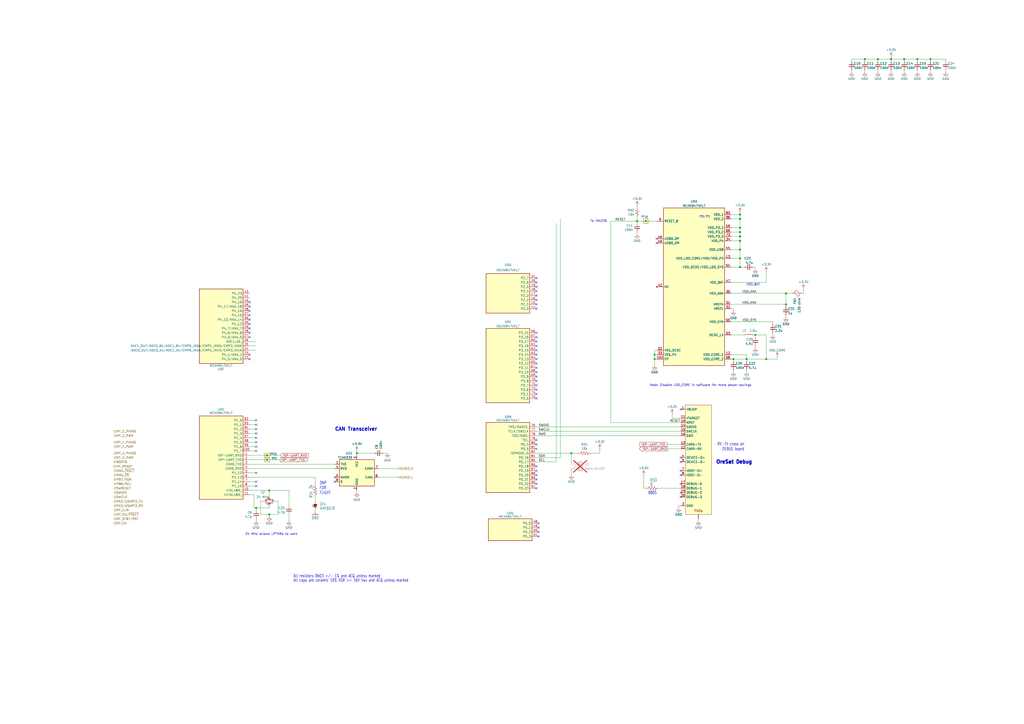
<source format=kicad_sch>
(kicad_sch (version 20250114) (generator "eeschema") (generator_version "9.0")
  (paper "A2")
  (title_block (company "Edward Tsoi"))
  (text "OreSat Debug" (at 415.29 269.24 0) (effects (font (size 2 2) (thickness 0.6477) (bold yes)) (justify left bottom)))
  (text "0805" (at 375.92 287.02 0) (effects (font (size 1.778 1.27)) (justify left bottom)))
  (text "RX-TX cross on\nDEBUG board" (at 431.8 261.62 0) (effects (font (size 1.778 1.27)) (justify right bottom)))
  (text "Note: Disable LDO_CORE in software for more power savings" (at 406.4 223.52 0) (effects (font (size 1.27 1.27))))
  (text "All resistors 0603 +/- 1% and AEQ unless marked" (at 170.18 335.28 0) (effects (font (size 1.778 1.27)) (justify left bottom)))
  (text " To INA226" (at 346.71 128.27 0) (effects (font (size 1.27 1.27))))
  (text "DNP\nFOR\nFLIGHT" (at 185.42 287.02 0) (effects (font (size 1.778 1.27)) (justify left bottom)))
  (text "VDD_BAT" (at 436.88 165.1 0) (effects (font (size 1.27 1.27))))
  (text "CAN Transceiver" (at 218.948 250.19 0) (effects (font (size 2 2) (thickness 0.4318) (bold yes)) (justify right bottom)))
  (text "All caps are ceramic 10% X5R >= 16V Vwv and AEQ unless marked" (at 170.18 337.82 0) (effects (font (size 1.778 1.27)) (justify left bottom)))
  (text "24 MHz allows LPTMRs to work" (at 157.48 309.88 0) (effects (font (size 1.27 1.27))))
  (text "P0/P1" (at 408.94 125.73 0) (effects (font (size 1.27 1.27))))
  (junction (at 429.26 132.08))
  (junction (at 455.93 176.53))
  (junction (at 331.47 262.89))
  (junction (at 379.73 205.74))
  (junction (at 429.26 134.62))
  (junction (at 433.07 208.28))
  (junction (at 429.26 154.94))
  (junction (at 429.26 139.7))
  (junction (at 455.93 170.18))
  (junction (at 429.26 137.16))
  (junction (at 444.5 208.28))
  (junction (at 207.01 262.89))
  (junction (at 154.94 264.16))
  (junction (at 429.26 127))
  (junction (at 429.26 124.46))
  (junction (at 429.26 144.78))
  (junction (at 148.59 294.64))
  (junction (at 509.27 34.29))
  (junction (at 532.13 34.29))
  (junction (at 501.65 34.29))
  (junction (at 539.75 34.29))
  (junction (at 374.65 128.27))
  (junction (at 156.21 298.45))
  (junction (at 524.51 34.29))
  (junction (at 438.15 194.31))
  (junction (at 429.26 149.86))
  (junction (at 379.73 208.28))
  (junction (at 425.45 208.28))
  (junction (at 154.94 266.7))
  (junction (at 156.21 284.48))
  (junction (at 369.57 128.27))
  (junction (at 516.89 34.29))
  (no_connect (at 311.15 270.51))
  (no_connect (at 311.15 260.35))
  (no_connect (at 311.15 163.83))
  (no_connect (at 394.97 288.29))
  (no_connect (at 148.59 261.62))
  (no_connect (at 311.15 171.45))
  (no_connect (at 311.15 161.29))
  (no_connect (at 144.78 177.8))
  (no_connect (at 381 138.43))
  (no_connect (at 148.59 281.94))
  (no_connect (at 394.97 267.97))
  (no_connect (at 394.97 273.05))
  (no_connect (at 311.15 176.53))
  (no_connect (at 394.97 285.75))
  (no_connect (at 312.42 303.53))
  (no_connect (at 144.78 185.42))
  (no_connect (at 311.15 218.44))
  (no_connect (at 194.31 276.86))
  (no_connect (at 144.78 175.26))
  (no_connect (at 312.42 311.15))
  (no_connect (at 311.15 231.14))
  (no_connect (at 311.15 228.6))
  (no_connect (at 311.15 278.13))
  (no_connect (at 311.15 273.05))
  (no_connect (at 311.15 173.99))
  (no_connect (at 311.15 198.12))
  (no_connect (at 394.97 237.49))
  (no_connect (at 311.15 208.28))
  (no_connect (at 311.15 257.81))
  (no_connect (at 311.15 223.52))
  (no_connect (at 144.78 187.96))
  (no_connect (at 311.15 283.21))
  (no_connect (at 311.15 255.27))
  (no_connect (at 381 140.97))
  (no_connect (at 144.78 190.5))
  (no_connect (at 311.15 226.06))
  (no_connect (at 144.78 195.58))
  (no_connect (at 148.59 243.84))
  (no_connect (at 311.15 195.58))
  (no_connect (at 311.15 205.74))
  (no_connect (at 194.31 279.4))
  (no_connect (at 311.15 215.9))
  (no_connect (at 148.59 248.92))
  (no_connect (at 144.78 205.74))
  (no_connect (at 148.59 256.54))
  (no_connect (at 148.59 259.08))
  (no_connect (at 394.97 275.59))
  (no_connect (at 311.15 275.59))
  (no_connect (at 311.15 193.04))
  (no_connect (at 148.59 254))
  (no_connect (at 312.42 308.61))
  (no_connect (at 311.15 213.36))
  (no_connect (at 311.15 220.98))
  (no_connect (at 148.59 251.46))
  (no_connect (at 311.15 210.82))
  (no_connect (at 311.15 166.37))
  (no_connect (at 144.78 208.28))
  (no_connect (at 148.59 246.38))
  (no_connect (at 148.59 279.4))
  (no_connect (at 311.15 200.66))
  (no_connect (at 311.15 203.2))
  (no_connect (at 311.15 179.07))
  (no_connect (at 394.97 280.67))
  (no_connect (at 311.15 168.91))
  (no_connect (at 311.15 280.67))
  (no_connect (at 394.97 265.43))
  (no_connect (at 148.59 274.32))
  (no_connect (at 144.78 182.88))
  (no_connect (at 144.78 193.04))
  (no_connect (at 312.42 306.07))
  (no_connect (at 144.78 180.34))
  (wire (pts (xy 429.26 132.08) (xy 429.26 134.62)))
  (wire (pts (xy 144.78 256.54) (xy 148.59 256.54)))
  (wire (pts (xy 182.88 288.29) (xy 182.88 290.83)) (stroke (width 0.1524)))
  (wire (pts (xy 194.31 269.24) (xy 144.78 269.24)))
  (wire (pts (xy 524.51 40.64) (xy 524.51 41.91)))
  (wire (pts (xy 444.5 194.31) (xy 444.5 208.28)))
  (wire (pts (xy 311.15 267.97) (xy 318.77 267.97)))
  (wire (pts (xy 331.47 262.89) (xy 331.47 269.24)))
  (wire (pts (xy 438.15 156.21) (xy 438.15 154.94)))
  (wire (pts (xy 382.27 283.21) (xy 394.97 283.21)))
  (wire (pts (xy 154.94 266.7) (xy 162.56 266.7)))
  (wire (pts (xy 438.15 194.31) (xy 444.5 194.31)))
  (wire (pts (xy 448.31 193.04) (xy 448.31 194.31)))
  (wire (pts (xy 429.26 127) (xy 429.26 132.08)))
  (wire (pts (xy 501.65 34.29) (xy 509.27 34.29)))
  (wire (pts (xy 459.74 170.18) (xy 455.93 170.18)))
  (wire (pts (xy 147.32 287.02) (xy 144.78 287.02)))
  (wire (pts (xy 429.26 144.78) (xy 429.26 149.86)))
  (wire (pts (xy 405.13 302.26) (xy 405.13 300.99)))
  (wire (pts (xy 532.13 34.29) (xy 532.13 35.56)))
  (wire (pts (xy 455.93 170.18) (xy 455.93 176.53)))
  (wire (pts (xy 429.26 123.19) (xy 429.26 124.46)))
  (wire (pts (xy 311.15 250.19) (xy 394.97 250.19)))
  (wire (pts (xy 144.78 281.94) (xy 148.59 281.94)))
  (wire (pts (xy 369.57 125.73) (xy 369.57 128.27)))
  (wire (pts (xy 393.7 293.37) (xy 393.7 294.64)))
  (wire (pts (xy 369.57 134.62) (xy 369.57 135.89)))
  (wire (pts (xy 532.13 40.64) (xy 532.13 41.91)))
  (wire (pts (xy 369.57 128.27) (xy 369.57 129.54)))
  (wire (pts (xy 424.18 208.28) (xy 425.45 208.28)))
  (wire (pts (xy 509.27 34.29) (xy 509.27 35.56)))
  (wire (pts (xy 144.78 248.92) (xy 148.59 248.92)))
  (wire (pts (xy 369.57 119.38) (xy 369.57 120.65)))
  (wire (pts (xy 429.26 134.62) (xy 424.18 134.62)))
  (wire (pts (xy 494.03 40.64) (xy 494.03 41.91)))
  (wire (pts (xy 219.71 276.86) (xy 231.14 276.86)))
  (wire (pts (xy 153.67 290.83) (xy 151.13 290.83)))
  (wire (pts (xy 424.18 154.94) (xy 429.26 154.94)))
  (wire (pts (xy 429.26 127) (xy 424.18 127)))
  (wire (pts (xy 151.13 290.83) (xy 151.13 298.45)))
  (wire (pts (xy 425.45 179.07) (xy 425.45 180.34)))
  (wire (pts (xy 494.03 34.29) (xy 494.03 35.56)))
  (wire (pts (xy 207.01 262.89) (xy 207.01 264.16)))
  (wire (pts (xy 444.5 208.28) (xy 433.07 208.28)))
  (wire (pts (xy 524.51 34.29) (xy 532.13 34.29)))
  (wire (pts (xy 501.65 34.29) (xy 501.65 35.56)))
  (wire (pts (xy 194.31 271.78) (xy 144.78 271.78)))
  (wire (pts (xy 425.45 214.63) (xy 425.45 215.9)))
  (wire (pts (xy 424.18 163.83) (xy 444.5 163.83)))
  (wire (pts (xy 154.94 264.16) (xy 162.56 264.16)))
  (wire (pts (xy 433.07 214.63) (xy 433.07 215.9)))
  (wire (pts (xy 450.85 208.28) (xy 444.5 208.28)))
  (wire (pts (xy 429.26 139.7) (xy 429.26 137.16)))
  (wire (pts (xy 429.26 137.16) (xy 429.26 134.62)))
  (wire (pts (xy 207.01 284.48) (xy 207.01 285.75)))
  (wire (pts (xy 494.03 34.29) (xy 501.65 34.29)))
  (wire (pts (xy 438.15 195.58) (xy 438.15 194.31)))
  (wire (pts (xy 431.8 194.31) (xy 424.18 194.31)))
  (wire (pts (xy 429.26 124.46) (xy 424.18 124.46)))
  (wire (pts (xy 182.88 276.86) (xy 182.88 280.67)))
  (wire (pts (xy 167.64 298.45) (xy 167.64 302.26)))
  (wire (pts (xy 425.45 208.28) (xy 433.07 208.28)))
  (wire (pts (xy 394.97 293.37) (xy 393.7 293.37)))
  (wire (pts (xy 369.57 128.27) (xy 374.65 128.27)))
  (wire (pts (xy 311.15 262.89) (xy 331.47 262.89)))
  (wire (pts (xy 167.64 284.48) (xy 167.64 293.37)))
  (wire (pts (xy 539.75 34.29) (xy 539.75 35.56)))
  (wire (pts (xy 450.85 207.01) (xy 450.85 208.28)))
  (wire (pts (xy 144.78 261.62) (xy 148.59 261.62)))
  (wire (pts (xy 156.21 298.45) (xy 156.21 299.72)))
  (wire (pts (xy 438.15 154.94) (xy 436.88 154.94)))
  (wire (pts (xy 354.33 245.11) (xy 394.97 245.11)))
  (wire (pts (xy 429.26 144.78) (xy 424.18 144.78)))
  (wire (pts (xy 501.65 40.64) (xy 501.65 41.91)))
  (wire (pts (xy 148.59 294.64) (xy 147.32 294.64)))
  (wire (pts (xy 144.78 200.66) (xy 148.59 200.66)))
  (wire (pts (xy 524.51 34.29) (xy 524.51 35.56)))
  (wire (pts (xy 379.73 208.28) (xy 379.73 212.09)))
  (wire (pts (xy 466.09 170.18) (xy 464.82 170.18)))
  (wire (pts (xy 424.18 132.08) (xy 429.26 132.08)))
  (wire (pts (xy 151.13 298.45) (xy 156.21 298.45)))
  (wire (pts (xy 429.26 149.86) (xy 429.26 154.94)))
  (wire (pts (xy 167.64 284.48) (xy 156.21 284.48)))
  (wire (pts (xy 379.73 208.28) (xy 381 208.28)))
  (wire (pts (xy 144.78 243.84) (xy 148.59 243.84)))
  (wire (pts (xy 311.15 247.65) (xy 394.97 247.65)))
  (wire (pts (xy 424.18 176.53) (xy 455.93 176.53)))
  (wire (pts (xy 144.78 198.12) (xy 148.59 198.12)))
  (wire (pts (xy 144.78 264.16) (xy 154.94 264.16)))
  (wire (pts (xy 509.27 34.29) (xy 516.89 34.29)))
  (wire (pts (xy 438.15 194.31) (xy 436.88 194.31)))
  (wire (pts (xy 154.94 266.7) (xy 144.78 266.7)))
  (wire (pts (xy 148.59 300.99) (xy 148.59 302.26)))
  (wire (pts (xy 539.75 40.64) (xy 539.75 41.91)))
  (wire (pts (xy 156.21 288.29) (xy 156.21 284.48)))
  (wire (pts (xy 311.15 252.73) (xy 394.97 252.73)))
  (wire (pts (xy 161.29 290.83) (xy 161.29 298.45)))
  (wire (pts (xy 144.78 276.86) (xy 182.88 276.86)))
  (wire (pts (xy 424.18 186.69) (xy 448.31 186.69)))
  (wire (pts (xy 347.98 260.35) (xy 347.98 262.89)))
  (wire (pts (xy 354.33 128.27) (xy 369.57 128.27)))
  (wire (pts (xy 455.93 176.53) (xy 455.93 177.8)))
  (wire (pts (xy 532.13 34.29) (xy 539.75 34.29)))
  (wire (pts (xy 354.33 128.27) (xy 354.33 245.11)))
  (wire (pts (xy 394.97 257.81) (xy 387.35 257.81)))
  (wire (pts (xy 322.58 129.54) (xy 322.58 267.97)) (stroke (width 0.1524)))
  (wire (pts (xy 381 205.74) (xy 379.73 205.74)))
  (wire (pts (xy 182.88 295.91) (xy 182.88 297.18)))
  (wire (pts (xy 156.21 294.64) (xy 148.59 294.64)))
  (wire (pts (xy 325.12 127) (xy 325.12 265.43)) (stroke (width 0.1524)))
  (wire (pts (xy 429.26 154.94) (xy 431.8 154.94)))
  (wire (pts (xy 424.18 179.07) (xy 425.45 179.07)))
  (wire (pts (xy 148.59 295.91) (xy 148.59 294.64)))
  (wire (pts (xy 222.25 262.89) (xy 224.79 262.89)))
  (wire (pts (xy 144.78 251.46) (xy 148.59 251.46)))
  (wire (pts (xy 207.01 262.89) (xy 217.17 262.89)))
  (wire (pts (xy 516.89 34.29) (xy 516.89 35.56)))
  (wire (pts (xy 156.21 284.48) (xy 144.78 284.48)))
  (wire (pts (xy 429.26 139.7) (xy 429.26 144.78)))
  (wire (pts (xy 381 203.2) (xy 379.73 203.2)))
  (wire (pts (xy 144.78 203.2) (xy 148.59 203.2)))
  (wire (pts (xy 394.97 260.35) (xy 387.35 260.35)))
  (wire (pts (xy 448.31 186.69) (xy 448.31 187.96)))
  (wire (pts (xy 429.26 139.7) (xy 424.18 139.7)))
  (wire (pts (xy 425.45 208.28) (xy 425.45 209.55)))
  (wire (pts (xy 433.07 208.28) (xy 433.07 209.55)))
  (wire (pts (xy 161.29 298.45) (xy 156.21 298.45)))
  (wire (pts (xy 516.89 33.02) (xy 516.89 34.29)))
  (wire (pts (xy 331.47 262.89) (xy 335.28 262.89)))
  (wire (pts (xy 516.89 34.29) (xy 524.51 34.29)))
  (wire (pts (xy 158.75 290.83) (xy 161.29 290.83)))
  (wire (pts (xy 342.9 262.89) (xy 347.98 262.89)))
  (wire (pts (xy 548.64 34.29) (xy 539.75 34.29)))
  (wire (pts (xy 144.78 246.38) (xy 148.59 246.38)))
  (wire (pts (xy 325.12 265.43) (xy 318.77 265.43)) (stroke (width 0.1524)))
  (wire (pts (xy 207.01 261.62) (xy 207.01 262.89)))
  (wire (pts (xy 311.15 265.43) (xy 318.77 265.43)))
  (wire (pts (xy 438.15 200.66) (xy 438.15 201.93)))
  (wire (pts (xy 144.78 279.4) (xy 148.59 279.4)))
  (wire (pts (xy 331.47 271.78) (xy 331.47 275.59)))
  (wire (pts (xy 455.93 184.15) (xy 455.93 182.88)))
  (wire (pts (xy 144.78 259.08) (xy 148.59 259.08)))
  (wire (pts (xy 144.78 274.32) (xy 148.59 274.32)))
  (wire (pts (xy 444.5 157.48) (xy 444.5 163.83)))
  (wire (pts (xy 394.97 242.57) (xy 389.89 242.57)))
  (wire (pts (xy 424.18 170.18) (xy 455.93 170.18)))
  (wire (pts (xy 379.73 203.2) (xy 379.73 205.74)))
  (wire (pts (xy 548.64 35.56) (xy 548.64 34.29)))
  (wire (pts (xy 389.89 242.57) (xy 389.89 240.03)))
  (wire (pts (xy 373.38 275.59) (xy 373.38 283.21)))
  (wire (pts (xy 516.89 40.64) (xy 516.89 41.91)))
  (wire (pts (xy 147.32 294.64) (xy 147.32 287.02)))
  (wire (pts (xy 433.07 208.28) (xy 433.07 205.74)))
  (wire (pts (xy 219.71 271.78) (xy 231.14 271.78)))
  (wire (pts (xy 429.26 137.16) (xy 424.18 137.16)))
  (wire (pts (xy 429.26 127) (xy 429.26 124.46)))
  (wire (pts (xy 156.21 293.37) (xy 156.21 294.64)))
  (wire (pts (xy 433.07 205.74) (xy 424.18 205.74)))
  (wire (pts (xy 509.27 40.64) (xy 509.27 41.91)))
  (wire (pts (xy 374.65 283.21) (xy 373.38 283.21)) (stroke (width 0.1524)))
  (wire (pts (xy 424.18 149.86) (xy 429.26 149.86)))
  (wire (pts (xy 144.78 254) (xy 148.59 254)))
  (wire (pts (xy 548.64 40.64) (xy 548.64 41.91)))
  (wire (pts (xy 379.73 205.74) (xy 379.73 208.28)))
  (wire (pts (xy 322.58 267.97) (xy 318.77 267.97)) (stroke (width 0.1524)))
  (wire (pts (xy 374.65 128.27) (xy 381 128.27)))
  (wire (pts (xy 466.09 170.18) (xy 466.09 167.64)))
  (label "VDD_ANA" (at 430.53 176.53 0))
  (label "SCL" (at 312.42 267.97 0))
  (label "VDD_SYS" (at 430.53 186.69 0))
  (label "SWDIO" (at 312.42 247.65 0))
  (label "SWCLK" (at 312.42 250.19 0))
  (label "SWO" (at 312.42 252.73 0))
  (label "VDD_ANA" (at 430.53 170.18 0))
  (label "SDA" (at 312.42 265.43 0))
  (label "RESET" (at 356.87 128.27 0))
  (label "RESET" (at 388.62 245.11 0))
  (global_label "ISP-UART_TXD" (shape input) (at 387.35 257.81 180) (property "Intersheetrefs" "${INTERSHEET_REFS}" (at 370.6367 257.81 0) (effects (justify right))))
  (global_label "ISP-UART_RXD" (shape output) (at 387.35 260.35 180) (property "Intersheetrefs" "${INTERSHEET_REFS}" (at 370.3343 260.35 0) (effects (justify right))))
  (global_label "ISP-UART_TXD" (shape output) (at 162.56 266.7 0) (property "Intersheetrefs" "${INTERSHEET_REFS}" (at 179.2733 266.7 0) (effects (justify left))))
  (global_label "ISP-UART_RXD" (shape input) (at 162.56 264.16 0) (property "Intersheetrefs" "${INTERSHEET_REFS}" (at 179.5757 264.16 0) (effects (justify left))))
  (hierarchical_label "MT_Z_PHASE" (shape input) (at 66.04 250.19 0))
  (hierarchical_label "MT_READY" (shape output) (at 66.04 270.51 0))
  (hierarchical_label "BOOT0" (shape bidirectional) (at 66.04 267.97 0))
  (hierarchical_label "MT_Z_PWM" (shape input) (at 66.04 252.73 0))
  (hierarchical_label "CAN2_H" (shape input) (at 231.14 271.78 0))
  (hierarchical_label "SWCLK" (shape input) (at 66.04 288.29 0))
  (hierarchical_label "MT_X_PWM" (shape input) (at 66.04 265.43 0))
  (hierarchical_label "MT_Y_PWM" (shape input) (at 66.04 259.08 0))
  (hierarchical_label "MAG_~{FAULT}" (shape input) (at 66.04 273.05 0))
  (hierarchical_label "MAG_~{EN}" (shape input) (at 66.04 275.59 0))
  (hierarchical_label "MT_EN" (shape input) (at 66.04 303.53 0))
  (hierarchical_label "PA3{slash}USART2_RX" (shape input) (at 66.04 293.37 0))
  (hierarchical_label "CAN2_L" (shape input) (at 231.14 276.86 0))
  (hierarchical_label "PB7{slash}SDA" (shape bidirectional) (at 66.04 278.13 0))
  (hierarchical_label "SWRESET" (shape input) (at 66.04 283.21 0))
  (hierarchical_label "MT_ILIM" (shape input) (at 66.04 295.91 0))
  (hierarchical_label "SWDIO" (shape input) (at 66.04 285.75 0))
  (hierarchical_label "MT_EN{slash}~{FAULT}" (shape input) (at 66.04 298.45 0))
  (hierarchical_label "PB6{slash}SCL" (shape bidirectional) (at 66.04 280.67 0))
  (hierarchical_label "MT_Y_PHASE" (shape input) (at 66.04 256.54 0))
  (hierarchical_label "MT_X_PHASE" (shape input) (at 66.04 262.89 0))
  (hierarchical_label "MT_STBY{slash}RST" (shape input) (at 66.04 300.99 0))
  (hierarchical_label "PA2{slash}USART2_TX" (shape input) (at 66.04 290.83 0))
  (symbol (lib_id "Interface_CAN_LIN:TCAN330") (at 207.01 274.32 0) (unit 1)
    (property "Reference" "U11" (at 204.47 262.89 0) (effects (justify right)))
    (property "Value" "TCAN330" (at 204.47 265.43 0) (effects (justify right)))
    (property "Footprint" "Package_TO_SOT_SMD:SOT-23-8" (effects (hide yes)))
    (property "Datasheet" "http://www.ti.com/lit/ds/symlink/tcan337.pdf" (effects (hide yes)))
    (property "Description" "High-Speed CAN Transceiver, 1Mbps, 3.3V supply, silent mode, shutdown mode, SOT-23-8/SOIC-8" (effects (hide yes)))
    (property "MFR" "Texas Instruments" (effects (hide yes)))
    (property "MPN" "TCAN330DCNR" (effects (hide yes)))
    (property "DIS" "DigiKey" (effects (hide yes)))
    (property "DPN" "296-46215-1-ND" (effects (hide yes)))
  )
  (symbol (lib_id "Device:R_US") (at 339.09 262.89 90) (unit 1)
    (property "Reference" "R31" (at 339.09 257.8565 90))
    (property "Value" "10k" (at 339.09 260.2808 90))
    (property "Footprint" "oresat-passives:0603-C-NOSILK" (effects (hide yes)))
    (property "Datasheet" "https://www.seielect.com/catalog/sei-rmcf_rmcp.pdf" (effects (hide yes)))
    (property "Description" "10 kOhms ±1% 0.1W, 1/10W Chip Resistor 0603 (1608 Metric) Automotive AEC-Q200 Thick Film" (effects (hide yes)))
    (property "DIS" "DigiKey" (effects (hide yes)))
    (property "DPN" "RMCF0603FT10K0CT-ND" (effects (hide yes)))
    (property "MFR" "Stackpole Electronics Inc" (effects (hide yes)))
    (property "MPN" "RMCF0603FT10K0" (effects (hide yes)))
  )
  (symbol (lib_id "power:GND") (at 156.21 299.72 0) (mirror y) (unit 1)
    (property "Reference" "#PWR041" (effects (hide yes)))
    (property "Value" "GND" (at 156.21 303.53 0))
    (property "Description" "Power symbol creates a global label with name \"GND\" , ground" (effects (hide yes)))
  )
  (symbol (lib_id "Device:C_Small") (at 516.89 38.1 0) (unit 1)
    (property "Reference" "C13" (at 518.16 36.83 0) (effects (justify left)))
    (property "Value" "100n" (at 518.16 39.37 0) (effects (justify left)))
    (property "Footprint" "oresat-passives:0603-C-NOSILK" (effects (hide yes)))
    (property "Datasheet" "https://mm.digikey.com/Volume0/opasdata/d220001/medias/docus/1068/TMK107BJ104KAHT_SS.pdf" (effects (hide yes)))
    (property "Description" "100 nF (0.1µF) ±10% 25V Ceramic Capacitor X5R 0603 (1608 Metric)" (effects (hide yes)))
    (property "MFR" "Taiyo Yuden" (effects (hide yes)))
    (property "MPN" "TMK107BJ104KAHT" (effects (hide yes)))
    (property "DIS" "DigiKey" (effects (hide yes)))
    (property "DPN" "587-3472-1-ND" (effects (hide yes)))
  )
  (symbol (lib_id "Device:C_Small") (at 455.93 180.34 0) (unit 1)
    (property "Reference" "C31" (at 457.2 179.07 0) (effects (justify left)))
    (property "Value" "1u" (at 457.2 181.61 0) (effects (justify left)))
    (property "Footprint" "oresat-passives:0603-C-NOSILK" (effects (hide yes)))
    (property "Datasheet" "https://mm.digikey.com/Volume0/opasdata/d220001/medias/docus/1801/TMK107BJ105KAHT_SS.pdf" (effects (hide yes)))
    (property "Description" "1µF ±10% 25V Ceramic Capacitor X5R 0603 (1608 Metric)" (effects (hide yes)))
    (property "MFR" "Taiyo Yuden" (effects (hide yes)))
    (property "MPN" "TMK107BJ105KAHT" (effects (hide yes)))
    (property "DIS" "DigiKey" (effects (hide yes)))
    (property "DPN" "587-3473-1-ND" (effects (hide yes)))
  )
  (symbol (lib_id "oresat-ics:MCXN947VKLT") (at 128.27 189.23 180) (unit 6)
    (property "Reference" "U5" (at 128.27 214.122 0))
    (property "Value" "MCXN947VKLT" (at 128.27 212.09 0))
    (property "Footprint" "oresat-ics:MCXN947KVLT-QFP50P1600X1600X160-101N" (effects (hide yes)))
    (property "Datasheet" "https://www.nxp.com/docs/en/data-sheet/MCXNx4xDS.pdf" (effects (hide yes)))
    (property "Description" "ARM Microcontrollers - MCU MCXN10, 100HLQFP (also MCXN947VNLT)" (effects (hide yes)))
    (property "MFR" "NXP" (effects (hide yes)))
    (property "MPN" "MCXN947VKLT" (effects (hide yes)))
    (property "DIS" "Mouser" (effects (hide yes)))
    (property "DPN" "771-MCXN947VKLT" (effects (hide yes)))
    (pin "77" (alternate "TCLK/SWCLK"))
    (pin "79" (alternate "TDI "))
    (pin "76" (alternate "TMS/SWDIO "))
    (pin "78" (alternate "TDO/SWO "))
    (pin "82" (alternate "ISPMODE_N"))
    (pin "25" (alternate "DAC1_OUT/ADC0_B4/ADC1_B4/CMP0_IN5N/CMP1_IN5N/CMP2_IN5N"))
    (pin "26" (alternate "ADC1_A0 "))
    (pin "24" (alternate "DAC0_OUT/ADC0_A4/ADC1_A4/CMP0_IN4N/CMP1_IN4N/CMP2_IN4N"))
  )
  (symbol (lib_id "oresat-ics:MCXN947VKLT") (at 128.27 265.43 0) (mirror y) (unit 3)
    (property "Reference" "U5" (at 128.27 237.49 0))
    (property "Value" "MCXN947VKLT" (at 128.27 239.522 0))
    (property "Footprint" "oresat-ics:MCXN947KVLT-QFP50P1600X1600X160-101N" (effects (hide yes)))
    (property "Datasheet" "https://www.nxp.com/docs/en/data-sheet/MCXNx4xDS.pdf" (effects (hide yes)))
    (property "Description" "ARM Microcontrollers - MCU MCXN10, 100HLQFP (also MCXN947VNLT)" (effects (hide yes)))
    (property "MFR" "NXP" (effects (hide yes)))
    (property "MPN" "MCXN947VKLT" (effects (hide yes)))
    (property "DIS" "Mouser" (effects (hide yes)))
    (property "DPN" "771-MCXN947VKLT" (effects (hide yes)))
    (pin "77" (alternate "TCLK/SWCLK"))
    (pin "79" (alternate "TDI "))
    (pin "76" (alternate "TMS/SWDIO "))
    (pin "78" (alternate "TDO/SWO "))
    (pin "82" (alternate "ISPMODE_N"))
    (pin "10" (alternate "XTAL48M "))
    (pin "1" (alternate "ISP-UART_RXD"))
    (pin "3" (alternate "CAN0_TXD"))
    (pin "2" (alternate "ISP-UART_TXD"))
    (pin "4" (alternate "CAN0_RXD"))
    (pin "11" (alternate "EXTAL48M "))
    (pin "25" (alternate "DAC1_OUT/ADC0_B4/ADC1_B4/CMP0_IN5N/CMP1_IN5N/CMP2_IN5N"))
    (pin "26" (alternate "ADC1_A0 "))
    (pin "24" (alternate "DAC0_OUT/ADC0_A4/ADC1_A4/CMP0_IN4N/CMP1_IN4N/CMP2_IN4N"))
  )
  (symbol (lib_id "power:GND") (at 369.57 135.89 0) (mirror y) (unit 1)
    (property "Reference" "#PWR049" (effects (hide yes)))
    (property "Value" "GND" (at 369.57 139.7 0))
    (property "Description" "Power symbol creates a global label with name \"GND\" , ground" (effects (hide yes)))
  )
  (symbol (lib_id "oresat-ics:MCXN947VKLT") (at 294.64 170.18 180) (unit 4)
    (property "Reference" "U5" (at 294.64 153.67 0))
    (property "Value" "MCXN947VKLT" (at 294.64 156.718 0))
    (property "Footprint" "oresat-ics:MCXN947KVLT-QFP50P1600X1600X160-101N" (effects (hide yes)))
    (property "Datasheet" "https://www.nxp.com/docs/en/data-sheet/MCXNx4xDS.pdf" (effects (hide yes)))
    (property "Description" "ARM Microcontrollers - MCU MCXN10, 100HLQFP (also MCXN947VNLT)" (effects (hide yes)))
    (property "MFR" "NXP" (effects (hide yes)))
    (property "MPN" "MCXN947VKLT" (effects (hide yes)))
    (property "DIS" "Mouser" (effects (hide yes)))
    (property "DPN" "771-MCXN947VKLT" (effects (hide yes)))
    (pin "77" (alternate "TCLK/SWCLK"))
    (pin "79" (alternate "TDI "))
    (pin "76" (alternate "TMS/SWDIO "))
    (pin "78" (alternate "TDO/SWO "))
    (pin "82" (alternate "ISPMODE_N"))
    (pin "25" (alternate "DAC1_OUT/ADC0_B4/ADC1_B4/CMP0_IN5N/CMP1_IN5N/CMP2_IN5N"))
    (pin "26" (alternate "ADC1_A0 "))
    (pin "24" (alternate "DAC0_OUT/ADC0_A4/ADC1_A4/CMP0_IN4N/CMP1_IN4N/CMP2_IN4N"))
  )
  (symbol (lib_id "oresat-ics:MCXN947VKLT") (at 295.91 307.34 0) (mirror y) (unit 7)
    (property "Reference" "U5" (at 295.91 297.688 0))
    (property "Value" "MCXN947VKLT" (at 295.91 299.72 0))
    (property "Footprint" "oresat-ics:MCXN947KVLT-QFP50P1600X1600X160-101N" (effects (hide yes)))
    (property "Datasheet" "https://www.nxp.com/docs/en/data-sheet/MCXNx4xDS.pdf" (effects (hide yes)))
    (property "Description" "ARM Microcontrollers - MCU MCXN10, 100HLQFP (also MCXN947VNLT)" (effects (hide yes)))
    (property "MFR" "NXP" (effects (hide yes)))
    (property "MPN" "MCXN947VKLT" (effects (hide yes)))
    (property "DIS" "Mouser" (effects (hide yes)))
    (property "DPN" "771-MCXN947VKLT" (effects (hide yes)))
    (pin "77" (alternate "TCLK/SWCLK"))
    (pin "79" (alternate "TDI "))
    (pin "76" (alternate "TMS/SWDIO "))
    (pin "78" (alternate "TDO/SWO "))
    (pin "82" (alternate "ISPMODE_N"))
    (pin "25" (alternate "DAC1_OUT/ADC0_B4/ADC1_B4/CMP0_IN5N/CMP1_IN5N/CMP2_IN5N"))
    (pin "26" (alternate "ADC1_A0 "))
    (pin "24" (alternate "DAC0_OUT/ADC0_A4/ADC1_A4/CMP0_IN4N/CMP1_IN4N/CMP2_IN4N"))
  )
  (symbol (lib_id "power:GND") (at 455.93 184.15 0) (unit 1)
    (property "Reference" "#PWR062" (effects (hide yes)))
    (property "Value" "GND" (at 455.93 187.96 0))
    (property "Description" "Power symbol creates a global label with name \"GND\" , ground" (effects (hide yes)))
  )
  (symbol (lib_id "Device:C_Small") (at 524.51 38.1 0) (unit 1)
    (property "Reference" "C14" (at 525.78 36.83 0) (effects (justify left)))
    (property "Value" "100n" (at 525.78 39.37 0) (effects (justify left)))
    (property "Footprint" "oresat-passives:0603-C-NOSILK" (effects (hide yes)))
    (property "Datasheet" "https://mm.digikey.com/Volume0/opasdata/d220001/medias/docus/1068/TMK107BJ104KAHT_SS.pdf" (effects (hide yes)))
    (property "Description" "100 nF (0.1µF) ±10% 25V Ceramic Capacitor X5R 0603 (1608 Metric)" (effects (hide yes)))
    (property "MFR" "Taiyo Yuden" (effects (hide yes)))
    (property "MPN" "TMK107BJ104KAHT" (effects (hide yes)))
    (property "DIS" "DigiKey" (effects (hide yes)))
    (property "DPN" "587-3472-1-ND" (effects (hide yes)))
  )
  (symbol (lib_id "power:VDD") (at 450.85 207.01 0) (mirror y) (unit 1)
    (property "Reference" "#PWR061" (effects (hide yes)))
    (property "Value" "VDD_CORE" (at 450.85 203.2 0))
    (property "Description" "Power symbol creates a global label with name \"VDD_CORE\"" (effects (hide yes)))
  )
  (symbol (lib_id "Connector_Generic:Conn_01x02") (at 336.55 269.24 0) (unit 1) (dnp yes)
    (property "Reference" "J3" (at 339.09 269.2399 0) (effects (justify left)))
    (property "Value" "Conn_01x02" (at 339.09 271.7799 0) (effects (justify left)))
    (property "Footprint" "Connector_PinHeader_2.54mm:PinHeader_1x02_P2.54mm_Vertical" (effects (hide yes)))
    (property "Description" "Generic connector, single row, 01x02, script generated (kicad-library-utils/schlib/autogen/connector/)" (effects (hide yes)))
  )
  (symbol (lib_id "power:GND") (at 438.15 201.93 0) (mirror y) (unit 1)
    (property "Reference" "#PWR058" (effects (hide yes)))
    (property "Value" "GND" (at 438.15 205.74 0))
    (property "Description" "Power symbol creates a global label with name \"GND\" , ground" (effects (hide yes)))
  )
  (symbol (lib_id "power:GND") (at 539.75 41.91 0) (unit 1)
    (property "Reference" "#PWR050" (effects (hide yes)))
    (property "Value" "GND" (at 539.75 45.72 0))
    (property "Description" "Power symbol creates a global label with name \"GND\" , ground" (effects (hide yes)))
  )
  (symbol (lib_id "Device:R_US") (at 182.88 284.48 0) (mirror y) (unit 1)
    (property "Reference" "R14" (at 181.356 284.988 90) (effects (font (size 1.778 1.27)) (justify right top)))
    (property "Value" "2k" (at 181.356 281.178 90) (effects (font (size 1.778 1.27)) (justify right top)))
    (property "Footprint" "oresat-passives:0603-C-NOSILK" (effects (hide yes)))
    (property "Datasheet" "https://www.seielect.com/catalog/sei-rmcf_rmcp.pdf" (effects (hide yes)))
    (property "Description" "2 kOhms ±1% 0.1W, 1/10W Chip Resistor 0603 (1608 Metric) Automotive AEC-Q200 Thick Film" (effects (hide yes)))
    (property "DIS" "Digi-Key" (effects (hide yes)))
    (property "DPN" "RMCF0603FT2K00TR-ND" (effects (hide yes)))
    (property "MFR" "Stackpole Electronics Inc" (effects (hide yes)))
    (property "MPN" "RMCF0603FT2K00" (effects (hide yes)))
  )
  (symbol (lib_id "power:GND") (at 207.01 285.75 0) (mirror y) (unit 1)
    (property "Reference" "#PWR044" (effects (hide yes)))
    (property "Value" "GND" (at 207.01 289.8831 0))
    (property "Description" "Power symbol creates a global label with name \"GND\" , ground" (effects (hide yes)))
  )
  (symbol (lib_id "Device:C_Small") (at 167.64 295.91 0) (mirror y) (unit 1)
    (property "Reference" "C25" (at 165.3159 294.7041 0) (effects (justify left)))
    (property "Value" "4.7p" (at 165.3159 297.1284 0) (effects (justify left)))
    (property "Footprint" "oresat-passives:0603-C-NOSILK" (effects (hide yes)))
    (property "Datasheet" "https://search.murata.co.jp/Ceramy/image/img/A01X/G101/ENG/GRM1885C1H4R7WA01-01A.pdf" (effects (hide yes)))
    (property "Description" "4.7 pF ±0.05pF 50V Ceramic Capacitor C0G, NP0 0603 (1608 Metric)" (effects (hide yes)))
    (property "MFR" "Murata" (effects (hide yes)))
    (property "MPN" "GRM1885C1H4R7WA01D" (effects (hide yes)))
    (property "DIS" "DigiKey" (effects (hide yes)))
    (property "DPN" "490-GRM1885C1H4R7WA01DCT-ND" (effects (hide yes)))
  )
  (symbol (lib_id "Device:L_Small") (at 434.34 194.31 270) (mirror x) (unit 1)
    (property "Reference" "L1" (at 431.8 191.77 90))
    (property "Value" "1.5u" (at 436.88 191.77 90))
    (property "Footprint" "Inductor_SMD:L_0805_2012Metric" (effects (hide yes)))
    (property "Datasheet" "https://www.bourns.com/docs/product-datasheets/srp2012tma.pdf" (effects (hide yes)))
    (property "Description" "1.5 µH Shielded Inductor 2.9 A 84mOhm Max 0806 (2016 Metric) Flat Wire" (effects (hide yes)))
    (property "MFR" "Bourns Inc." (effects (hide yes)))
    (property "MPN" "SRP2012TMA-1R5M" (effects (hide yes)))
    (property "DIS" "DIgiKey" (effects (hide yes)))
    (property "DPN" "118-SRP2012TMA-1R5MCT-ND" (effects (hide yes)))
  )
  (symbol (lib_id "Device:C_Small") (at 548.64 38.1 0) (unit 1)
    (property "Reference" "C24" (at 549.91 36.83 0) (effects (justify left)))
    (property "Value" "100n" (at 549.91 39.37 0) (effects (justify left)))
    (property "Footprint" "oresat-passives:0603-C-NOSILK" (effects (hide yes)))
    (property "Datasheet" "https://mm.digikey.com/Volume0/opasdata/d220001/medias/docus/1068/TMK107BJ104KAHT_SS.pdf" (effects (hide yes)))
    (property "Description" "100 nF (0.1µF) ±10% 25V Ceramic Capacitor X5R 0603 (1608 Metric)" (effects (hide yes)))
    (property "MFR" "Taiyo Yuden" (effects (hide yes)))
    (property "MPN" "TMK107BJ104KAHT" (effects (hide yes)))
    (property "DIS" "DigiKey" (effects (hide yes)))
    (property "DPN" "587-3472-1-ND" (effects (hide yes)))
  )
  (symbol (lib_id "Device:C_Small") (at 494.03 38.1 0) (unit 1)
    (property "Reference" "C10" (at 495.3 36.83 0) (effects (justify left)))
    (property "Value" "100n" (at 495.3 39.37 0) (effects (justify left)))
    (property "Footprint" "oresat-passives:0603-C-NOSILK" (effects (hide yes)))
    (property "Datasheet" "https://mm.digikey.com/Volume0/opasdata/d220001/medias/docus/1068/TMK107BJ104KAHT_SS.pdf" (effects (hide yes)))
    (property "Description" "100 nF (0.1µF) ±10% 25V Ceramic Capacitor X5R 0603 (1608 Metric)" (effects (hide yes)))
    (property "MFR" "Taiyo Yuden" (effects (hide yes)))
    (property "MPN" "TMK107BJ104KAHT" (effects (hide yes)))
    (property "DIS" "DigiKey" (effects (hide yes)))
    (property "DPN" "587-3472-1-ND" (effects (hide yes)))
  )
  (symbol (lib_id "power:GND") (at 433.07 215.9 0) (mirror y) (unit 1)
    (property "Reference" "#PWR056" (effects (hide yes)))
    (property "Value" "GND" (at 433.07 219.71 0))
    (property "Description" "Power symbol creates a global label with name \"GND\" , ground" (effects (hide yes)))
  )
  (symbol (lib_id "power:GND") (at 148.59 302.26 0) (mirror y) (unit 1)
    (property "Reference" "#PWR040" (effects (hide yes)))
    (property "Value" "GND" (at 148.59 306.07 0))
    (property "Description" "Power symbol creates a global label with name \"GND\" , ground" (effects (hide yes)))
  )
  (symbol (lib_id "Device:C_Small") (at 501.65 38.1 0) (unit 1)
    (property "Reference" "C11" (at 502.92 36.83 0) (effects (justify left)))
    (property "Value" "100n" (at 502.92 39.37 0) (effects (justify left)))
    (property "Footprint" "oresat-passives:0603-C-NOSILK" (effects (hide yes)))
    (property "Datasheet" "https://mm.digikey.com/Volume0/opasdata/d220001/medias/docus/1068/TMK107BJ104KAHT_SS.pdf" (effects (hide yes)))
    (property "Description" "100 nF (0.1µF) ±10% 25V Ceramic Capacitor X5R 0603 (1608 Metric)" (effects (hide yes)))
    (property "MFR" "Taiyo Yuden" (effects (hide yes)))
    (property "MPN" "TMK107BJ104KAHT" (effects (hide yes)))
    (property "DIS" "DigiKey" (effects (hide yes)))
    (property "DPN" "587-3472-1-ND" (effects (hide yes)))
  )
  (symbol (lib_id "power:GND") (at 224.79 262.89 0) (unit 1)
    (property "Reference" "#PWR045" (effects (hide yes)))
    (property "Value" "GND" (at 224.79 267.0231 0))
    (property "Description" "Power symbol creates a global label with name \"GND\" , ground" (effects (hide yes)))
  )
  (symbol (lib_id "Device:C_Small") (at 539.75 38.1 0) (unit 1)
    (property "Reference" "C21" (at 541.02 36.83 0) (effects (justify left)))
    (property "Value" "100n" (at 541.02 39.37 0) (effects (justify left)))
    (property "Footprint" "oresat-passives:0603-C-NOSILK" (effects (hide yes)))
    (property "Datasheet" "https://mm.digikey.com/Volume0/opasdata/d220001/medias/docus/1068/TMK107BJ104KAHT_SS.pdf" (effects (hide yes)))
    (property "Description" "100 nF (0.1µF) ±10% 25V Ceramic Capacitor X5R 0603 (1608 Metric)" (effects (hide yes)))
    (property "MFR" "Taiyo Yuden" (effects (hide yes)))
    (property "MPN" "TMK107BJ104KAHT" (effects (hide yes)))
    (property "DIS" "DigiKey" (effects (hide yes)))
    (property "DPN" "587-3472-1-ND" (effects (hide yes)))
  )
  (symbol (lib_id "power:+3.3V") (at 369.57 119.38 0) (mirror y) (unit 1)
    (property "Reference" "#PWR048" (effects (hide yes)))
    (property "Value" "+3.3V" (at 369.57 115.2469 0))
    (property "Description" "Power symbol creates a global label with name \"+3.3V\"" (effects (hide yes)))
  )
  (symbol (lib_id "power:GND") (at 425.45 180.34 0) (mirror y) (unit 1)
    (property "Reference" "#PWR053" (effects (hide yes)))
    (property "Value" "GND" (at 425.45 184.4731 0))
    (property "Description" "Power symbol creates a global label with name \"GND\" , ground" (effects (hide yes)))
  )
  (symbol (lib_id "power:GND") (at 405.13 302.26 0) (mirror y) (unit 1)
    (property "Reference" "#PWR046" (effects (hide yes)))
    (property "Value" "GND" (at 405.13 306.07 0))
    (property "Description" "Power symbol creates a global label with name \"GND\" , ground" (effects (hide yes)))
  )
  (symbol (lib_id "Device:LED_Small_Filled") (at 182.88 293.37 90) (unit 1)
    (property "Reference" "D4" (at 185.42 293.37 90) (effects (font (size 1.778 1.778)) (justify right top)))
    (property "Value" "AMBER" (at 185.42 295.91 90) (effects (font (size 1.778 1.778)) (justify right top)))
    (property "Footprint" "LED_SMD:LED_0603_1608Metric" (effects (hide yes)))
    (property "Datasheet" "https://www.we-online.com/components/products/datasheet/150060AS75000.pdf" (effects (hide yes)))
    (property "Description" "Amber 605nm LED Indication - Discrete 2V 0603 (1608 Metric)" (effects (hide yes)))
    (property "DIS" "DigiKey" (effects (hide yes)))
    (property "DPN" "732-150060AS75000CT-ND" (effects (hide yes)))
    (property "MFR" "Wurth" (effects (hide yes)))
    (property "MPN" "150060AS75000" (effects (hide yes)))
    (property "Sim.Pins" "1=K 2=A" (effects (hide yes)))
  )
  (symbol (lib_id "Device:R_Small_US") (at 369.57 123.19 0) (mirror x) (unit 1)
    (property "Reference" "R32" (at 367.919 121.9778 0) (effects (justify right)))
    (property "Value" "10k" (at 367.919 124.4021 0) (effects (justify right)))
    (property "Footprint" "oresat-passives:0603-C-NOSILK" (effects (hide yes)))
    (property "Datasheet" "https://www.seielect.com/catalog/sei-rmcf_rmcp.pdf" (effects (hide yes)))
    (property "Description" "10 kOhms ±1% 0.1W, 1/10W Chip Resistor 0603 (1608 Metric) Automotive AEC-Q200 Thick Film" (effects (hide yes)))
    (property "MFR" "Stackpole Electronics Inc" (effects (hide yes)))
    (property "MPN" "RMCF0603FT10K0" (effects (hide yes)))
    (property "DIS" "DigiKey" (effects (hide yes)))
    (property "DPN" "RMCF0603FT10K0CT-ND" (effects (hide yes)))
  )
  (symbol (lib_id "oresat-ics:MCXN947VKLT") (at 294.64 212.09 180) (unit 5)
    (property "Reference" "U5" (at 294.64 186.69 0))
    (property "Value" "MCXN947VKLT" (at 294.64 189.23 0))
    (property "Footprint" "oresat-ics:MCXN947KVLT-QFP50P1600X1600X160-101N" (effects (hide yes)))
    (property "Datasheet" "https://www.nxp.com/docs/en/data-sheet/MCXNx4xDS.pdf" (effects (hide yes)))
    (property "Description" "ARM Microcontrollers - MCU MCXN10, 100HLQFP (also MCXN947VNLT)" (effects (hide yes)))
    (property "MFR" "NXP" (effects (hide yes)))
    (property "MPN" "MCXN947VKLT" (effects (hide yes)))
    (property "DIS" "Mouser" (effects (hide yes)))
    (property "DPN" "771-MCXN947VKLT" (effects (hide yes)))
    (pin "77" (alternate "TCLK/SWCLK"))
    (pin "79" (alternate "TDI "))
    (pin "76" (alternate "TMS/SWDIO "))
    (pin "78" (alternate "TDO/SWO "))
    (pin "82" (alternate "ISPMODE_N"))
    (pin "25" (alternate "DAC1_OUT/ADC0_B4/ADC1_B4/CMP0_IN5N/CMP1_IN5N/CMP2_IN5N"))
    (pin "26" (alternate "ADC1_A0 "))
    (pin "24" (alternate "DAC0_OUT/ADC0_A4/ADC1_A4/CMP0_IN4N/CMP1_IN4N/CMP2_IN4N"))
  )
  (symbol (lib_id "oresat-ics:MCXN947VKLT") (at 294.64 265.43 0) (mirror y) (unit 2)
    (property "Reference" "U5" (at 294.64 241.808 0))
    (property "Value" "MCXN947VKLT" (at 294.64 243.84 0))
    (property "Footprint" "oresat-ics:MCXN947KVLT-QFP50P1600X1600X160-101N" (effects (hide yes)))
    (property "Datasheet" "https://www.nxp.com/docs/en/data-sheet/MCXNx4xDS.pdf" (effects (hide yes)))
    (property "Description" "ARM Microcontrollers - MCU MCXN10, 100HLQFP (also MCXN947VNLT)" (effects (hide yes)))
    (property "MFR" "NXP" (effects (hide yes)))
    (property "MPN" "MCXN947VKLT" (effects (hide yes)))
    (property "DIS" "Mouser" (effects (hide yes)))
    (property "DPN" "771-MCXN947VKLT" (effects (hide yes)))
    (pin "77" (alternate "TCLK/SWCLK"))
    (pin "79" (alternate "TDI "))
    (pin "76" (alternate "TMS/SWDIO "))
    (pin "78" (alternate "TDO/SWO "))
    (pin "82" (alternate "ISPMODE_N"))
    (pin "25" (alternate "DAC1_OUT/ADC0_B4/ADC1_B4/CMP0_IN5N/CMP1_IN5N/CMP2_IN5N"))
    (pin "26" (alternate "ADC1_A0 "))
    (pin "24" (alternate "DAC0_OUT/ADC0_A4/ADC1_A4/CMP0_IN4N/CMP1_IN4N/CMP2_IN4N"))
  )
  (symbol (lib_id "Device:C_Small") (at 509.27 38.1 0) (unit 1)
    (property "Reference" "C12" (at 510.54 36.83 0) (effects (justify left)))
    (property "Value" "100n" (at 510.54 39.37 0) (effects (justify left)))
    (property "Footprint" "oresat-passives:0603-C-NOSILK" (effects (hide yes)))
    (property "Datasheet" "https://mm.digikey.com/Volume0/opasdata/d220001/medias/docus/1068/TMK107BJ104KAHT_SS.pdf" (effects (hide yes)))
    (property "Description" "100 nF (0.1µF) ±10% 25V Ceramic Capacitor X5R 0603 (1608 Metric)" (effects (hide yes)))
    (property "MFR" "Taiyo Yuden" (effects (hide yes)))
    (property "MPN" "TMK107BJ104KAHT" (effects (hide yes)))
    (property "DIS" "DigiKey" (effects (hide yes)))
    (property "DPN" "587-3472-1-ND" (effects (hide yes)))
  )
  (symbol (lib_id "power:GND") (at 501.65 41.91 0) (unit 1)
    (property "Reference" "#PWR052" (effects (hide yes)))
    (property "Value" "GND" (at 501.65 45.72 0))
    (property "Description" "Power symbol creates a global label with name \"GND\" , ground" (effects (hide yes)))
  )
  (symbol (lib_id "oresat-misc:Test-Point-0.75mm-th") (at 154.94 264.16 270) (mirror x) (unit 1) (in_bom no)
    (property "Reference" "TP15" (at 156.464 263.398 90) (effects (font (size 1.27 1.0795)) (justify left)))
    (property "Value" "Test-Point" (effects (hide yes)))
    (property "Footprint" "oresat-misc:TestPoint-0.75mm-th" (effects (hide yes)))
    (property "Description" "0.75 mm TH test point; good for scope probes and jumpers" (effects (hide yes)))
  )
  (symbol (lib_id "power:GND") (at 379.73 212.09 0) (mirror y) (unit 1)
    (property "Reference" "#PWR050" (effects (hide yes)))
    (property "Value" "GND" (at 379.73 215.9 0))
    (property "Description" "Power symbol creates a global label with name \"GND\" , ground" (effects (hide yes)))
  )
  (symbol (lib_id "oresat-power:GND") (at 182.88 297.18 0) (unit 1)
    (property "Reference" "#GND02" (effects (hide yes)))
    (property "Value" "GND" (at 180.848 301.244 0) (effects (font (size 1.778 1.27)) (justify left bottom)))
    (property "Description" "Power symbol creates a global label with name \"GND\" , ground" (effects (hide yes)))
  )
  (symbol (lib_id "Device:C_Small") (at 369.57 132.08 0) (mirror y) (unit 1)
    (property "Reference" "C11" (at 367.2459 130.8741 0) (effects (justify left)))
    (property "Value" "100n" (at 367.2459 133.2984 0) (effects (justify left)))
    (property "Footprint" "oresat-passives:0603-C-NOSILK" (effects (hide yes)))
    (property "Datasheet" "https://mm.digikey.com/Volume0/opasdata/d220001/medias/docus/1068/TMK107BJ104KAHT_SS.pdf" (effects (hide yes)))
    (property "Description" "100 nF (0.1µF) ±10% 25V Ceramic Capacitor X5R 0603 (1608 Metric)" (effects (hide yes)))
    (property "MFR" "Taiyo Yuden" (effects (hide yes)))
    (property "MPN" "TMK107BJ104KAHT" (effects (hide yes)))
    (property "DIS" "DigiKey" (effects (hide yes)))
    (property "DPN" "587-3472-1-ND" (effects (hide yes)))
  )
  (symbol (lib_id "Device:Crystal_GND24_Small") (at 156.21 290.83 270) (mirror x) (unit 1)
    (property "Reference" "Y2" (at 152.4 285.75 90))
    (property "Value" "24 MHz" (at 152.4 288.29 90))
    (property "Footprint" "Crystal:Crystal_SMD_2016-4Pin_2.0x1.6mm" (effects (hide yes)))
    (property "Datasheet" "https://www.we-online.com/components/products/datasheet/830108212309.pdf" (effects (hide yes)))
    (property "Description" "24 MHz ±10ppm Crystal 8pF 100 Ohms 4-SMD, No Lead" (effects (hide yes)))
    (property "MFR" "Wurth" (effects (hide yes)))
    (property "MPN" "830108212309" (effects (hide yes)))
    (property "DIS" "DIgiKey" (effects (hide yes)))
    (property "DPN" "1923-830108212309CT-ND" (effects (hide yes)))
  )
  (symbol (lib_id "power:+3.3V") (at 347.98 260.35 0) (mirror y) (unit 1)
    (property "Reference" "#PWR047" (effects (hide yes)))
    (property "Value" "+3.3V" (at 347.98 256.2169 0))
    (property "Description" "Power symbol creates a global label with name \"+3.3V\"" (effects (hide yes)))
  )
  (symbol (lib_id "power:GND") (at 425.45 215.9 0) (unit 1)
    (property "Reference" "#PWR054" (effects (hide yes)))
    (property "Value" "GND" (at 425.45 219.71 0))
    (property "Description" "Power symbol creates a global label with name \"GND\" , ground" (effects (hide yes)))
  )
  (symbol (lib_id "Device:FerriteBead_Small") (at 462.28 170.18 270) (mirror x) (unit 1)
    (property "Reference" "FB1" (at 461.048 172.72 0) (effects (justify right)))
    (property "Value" "120 ohm" (at 463.588 172.72 0) (effects (justify right)))
    (property "Footprint" "oresat-passives:0805-B-NOSILK" (effects (hide yes)))
    (property "Datasheet" "https://www.fair-rite.com/wp-content/themes/fair-rite/print_product.php?pid=19226" (effects (hide yes)))
    (property "Description" "120 Ohms @ 100 MHz 1 Signal Line Ferrite Bead 0805 (2012 Metric) 6A 25mOhm" (effects (hide yes)))
    (property "MFR" "Fair-Rite" (effects (hide yes)))
    (property "MPN" "2508051217Y6" (effects (hide yes)))
    (property "DIS" "DIgiKey" (effects (hide yes)))
    (property "DPN" "1934-1472-1-ND" (effects (hide yes)))
  )
  (symbol (lib_id "power:GND") (at 548.64 41.91 0) (unit 1)
    (property "Reference" "#PWR059" (effects (hide yes)))
    (property "Value" "GND" (at 548.64 45.72 0))
    (property "Description" "Power symbol creates a global label with name \"GND\" , ground" (effects (hide yes)))
  )
  (symbol (lib_id "power:GND") (at 438.15 156.21 0) (mirror y) (unit 1)
    (property "Reference" "#PWR057" (effects (hide yes)))
    (property "Value" "GND" (at 438.15 160.02 0))
    (property "Description" "Power symbol creates a global label with name \"GND\" , ground" (effects (hide yes)))
  )
  (symbol (lib_id "power:+3.3V") (at 429.26 123.19 0) (mirror y) (unit 1)
    (property "Reference" "#PWR055" (effects (hide yes)))
    (property "Value" "+3.3V" (at 429.26 119.0569 0))
    (property "Description" "Power symbol creates a global label with name \"+3.3V\"" (effects (hide yes)))
  )
  (symbol (lib_id "power:+3.3V") (at 373.38 275.59 0) (mirror y) (unit 1)
    (property "Reference" "#PWR040" (effects (hide yes)))
    (property "Value" "+3.3V" (at 373.38 271.4569 0))
    (property "Description" "Power symbol creates a global label with name \"+3.3V\"" (effects (hide yes)))
  )
  (symbol (lib_id "power:GND") (at 331.47 275.59 0) (mirror y) (unit 1)
    (property "Reference" "#PWR046" (effects (hide yes)))
    (property "Value" "GND" (at 331.47 279.4 0))
    (property "Description" "Power symbol creates a global label with name \"GND\" , ground" (effects (hide yes)))
  )
  (symbol (lib_id "power:+3.3V") (at 516.89 33.02 0) (unit 1)
    (property "Reference" "#PWR043" (effects (hide yes)))
    (property "Value" "+3.3V" (at 516.89 28.8869 0))
    (property "Description" "Power symbol creates a global label with name \"+3.3V\"" (effects (hide yes)))
  )
  (symbol (lib_id "power:+3.3V") (at 444.5 157.48 0) (mirror y) (unit 1)
    (property "Reference" "#PWR059" (effects (hide yes)))
    (property "Value" "+3.3V" (at 444.5 153.3469 0))
    (property "Description" "Power symbol creates a global label with name \"+3.3V\"" (effects (hide yes)))
  )
  (symbol (lib_id "oresat-connectors:ORESAT-DEBUG-CONNECTOR-ALL") (at 406.4 265.43 0) (mirror y) (unit 1)
    (property "Reference" "J3" (effects (hide yes)))
    (property "Value" "OreSat Debug" (effects (hide yes)))
    (property "Footprint" "oresat-connectors:J-TE-2-1734592-0" (effects (hide yes)))
    (property "Datasheet" "https://www.te.com/usa-en/product-2-1734592-0.datasheet.pdf" (effects (hide yes)))
    (property "Description" "20 Position FPC Connector Contacts, Bottom 0.020\" (0.50mm) Surface Mount, Right Angle" (effects (hide yes)))
    (property "MFR" "TE" (effects (hide yes)))
    (property "MPN" "2-1734592-0" (effects (hide yes)))
    (property "DIS" "DIgiKey" (effects (hide yes)))
    (property "DPN" "A100287CT-ND" (effects (hide yes)))
  )
  (symbol (lib_id "power:GND") (at 393.7 294.64 0) (mirror y) (unit 1)
    (property "Reference" "#PWR049" (effects (hide yes)))
    (property "Value" "GND" (at 393.7 298.45 0))
    (property "Description" "Power symbol creates a global label with name \"GND\" , ground" (effects (hide yes)))
  )
  (symbol (lib_id "power:GND") (at 516.89 41.91 0) (unit 1)
    (property "Reference" "#PWR044" (effects (hide yes)))
    (property "Value" "GND" (at 516.89 45.72 0))
    (property "Description" "Power symbol creates a global label with name \"GND\" , ground" (effects (hide yes)))
  )
  (symbol (lib_id "Device:C_Small") (at 433.07 212.09 0) (unit 1)
    (property "Reference" "C22" (at 434.34 210.82 0) (effects (justify left)))
    (property "Value" "4.7u" (at 434.34 213.36 0) (effects (justify left)))
    (property "Footprint" "oresat-passives:0603-C-NOSILK" (effects (hide yes)))
    (property "Datasheet" "https://mm.digikey.com/Volume0/opasdata/d220001/medias/docus/727/EMK107BBJ475KAHT_SS.pdf" (effects (hide yes)))
    (property "Description" "4.7 µF ±10% 16V Ceramic Capacitor X5R 0603 (1608 Metric)" (effects (hide yes)))
    (property "MFR" "Taiyo Yuden" (effects (hide yes)))
    (property "MPN" "EMK107BBJ475KAHT" (effects (hide yes)))
    (property "DIS" "DigiKey" (effects (hide yes)))
    (property "DPN" "587-4332-1-ND" (effects (hide yes)))
  )
  (symbol (lib_id "oresat-ics:MCXN947VKLT") (at 402.59 166.37 0) (mirror y) (unit 1)
    (property "Reference" "U5" (at 402.59 116.84 0))
    (property "Value" "MCXN947VKLT" (at 402.59 119.38 0))
    (property "Footprint" "oresat-ics:MCXN947KVLT-QFP50P1600X1600X160-101N" (effects (hide yes)))
    (property "Datasheet" "https://www.nxp.com/docs/en/data-sheet/MCXNx4xDS.pdf" (effects (hide yes)))
    (property "Description" "ARM Microcontrollers - MCU MCXN10, 100HLQFP (also MCXN947VNLT)" (effects (hide yes)))
    (property "MFR" "NXP" (effects (hide yes)))
    (property "MPN" "MCXN947VKLT" (effects (hide yes)))
    (property "DIS" "Mouser" (effects (hide yes)))
    (property "DPN" "771-MCXN947VKLT" (effects (hide yes)))
    (pin "77" (alternate "TCLK/SWCLK"))
    (pin "79" (alternate "TDI "))
    (pin "76" (alternate "TMS/SWDIO "))
    (pin "78" (alternate "TDO/SWO "))
    (pin "82" (alternate "ISPMODE_N"))
    (pin "25" (alternate "DAC1_OUT/ADC0_B4/ADC1_B4/CMP0_IN5N/CMP1_IN5N/CMP2_IN5N"))
    (pin "26" (alternate "ADC1_A0 "))
    (pin "24" (alternate "DAC0_OUT/ADC0_A4/ADC1_A4/CMP0_IN4N/CMP1_IN4N/CMP2_IN4N"))
  )
  (symbol (lib_id "Device:C_Small") (at 448.31 190.5 0) (unit 1)
    (property "Reference" "C31" (at 449.58 189.23 0) (effects (justify left)))
    (property "Value" "2.2u" (at 449.58 191.77 0) (effects (justify left)))
    (property "Footprint" "oresat-passives:0603-C-NOSILK" (effects (hide yes)))
    (property "Datasheet" "https://ds.yuden.co.jp/TYCOMPAS/ut/download?pn=MCASU105AB7683KFCA01&fileType=CS" (effects (hide yes)))
    (property "Description" "2.2 µF ±20% 25V Ceramic Capacitor X5R 0603 (1608 Metric)" (effects (hide yes)))
    (property "MFR" "Taiyo Yuden" (effects (hide yes)))
    (property "MPN" "TMK107BBJ225MAHT" (effects (hide yes)))
    (property "DIS" "DigiKey" (effects (hide yes)))
    (property "DPN" "587-4929-1-ND" (effects (hide yes)))
  )
  (symbol (lib_id "Device:C_Small") (at 148.59 298.45 0) (mirror y) (unit 1)
    (property "Reference" "C6" (at 146.2659 297.2441 0) (effects (justify left)))
    (property "Value" "4.7p" (at 146.2659 299.6684 0) (effects (justify left)))
    (property "Footprint" "oresat-passives:0603-C-NOSILK" (effects (hide yes)))
    (property "Datasheet" "https://search.murata.co.jp/Ceramy/image/img/A01X/G101/ENG/GRM1885C1H4R7WA01-01A.pdf" (effects (hide yes)))
    (property "Description" "4.7 pF ±0.05pF 50V Ceramic Capacitor C0G, NP0 0603 (1608 Metric)" (effects (hide yes)))
    (property "MFR" "Murata" (effects (hide yes)))
    (property "MPN" "GRM1885C1H4R7WA01D" (effects (hide yes)))
    (property "DIS" "DigiKey" (effects (hide yes)))
    (property "DPN" "490-GRM1885C1H4R7WA01DCT-ND" (effects (hide yes)))
  )
  (symbol (lib_id "power:GND") (at 509.27 41.91 0) (unit 1)
    (property "Reference" "#PWR041" (effects (hide yes)))
    (property "Value" "GND" (at 509.27 45.72 0))
    (property "Description" "Power symbol creates a global label with name \"GND\" , ground" (effects (hide yes)))
  )
  (symbol (lib_id "power:+3.3V") (at 466.09 167.64 0) (mirror y) (unit 1)
    (property "Reference" "#PWR042" (effects (hide yes)))
    (property "Value" "+3.3V" (at 466.09 163.5069 0))
    (property "Description" "Power symbol creates a global label with name \"+3.3V\"" (effects (hide yes)))
  )
  (symbol (lib_id "power:GND") (at 494.03 41.91 0) (unit 1)
    (property "Reference" "#PWR051" (effects (hide yes)))
    (property "Value" "GND" (at 494.03 45.72 0))
    (property "Description" "Power symbol creates a global label with name \"GND\" , ground" (effects (hide yes)))
  )
  (symbol (lib_id "Device:R_US") (at 378.46 283.21 270) (unit 1)
    (property "Reference" "R33" (at 377.19 279.4 90) (effects (font (size 1.778 1.27)) (justify left bottom)))
    (property "Value" "0" (at 377.19 281.94 90) (effects (font (size 1.778 1.27)) (justify left bottom)))
    (property "Footprint" "oresat-passives:0805-C-NOSILK" (effects (hide yes)))
    (property "Datasheet" "https://industrial.panasonic.com/ww/products/pt/general-purpose-chip-resistors/models/ERJ6GEY0R00V" (effects (hide yes)))
    (property "Description" "0 Ohms Jumper Chip Resistor 0805 (2012 Metric) Automotive AEC-Q200 Thick Film" (effects (hide yes)))
    (property "DIS" "Digi-Key" (effects (hide yes)))
    (property "DPN" "P0.0ATR-ND" (effects (hide yes)))
    (property "MFR" "Panasonic" (effects (hide yes)))
    (property "MPN" "ERJ-6GEY0R00V" (effects (hide yes)))
  )
  (symbol (lib_id "Device:C_Small") (at 438.15 198.12 0) (mirror y) (unit 1)
    (property "Reference" "C25" (at 436.88 196.85 0) (effects (justify left)))
    (property "Value" "6.8u" (at 436.88 199.39 0) (effects (justify left)))
    (property "Footprint" "oresat-passives:0603-C-NOSILK" (effects (hide yes)))
    (property "Datasheet" "https://product.tdk.com/system/files/dam/doc/product/capacitor/ceramic/mlcc/catalog/mlcc_automotive_general_en.pdf" (effects (hide yes)))
    (property "Description" "6.8 µF ±10% 16V Ceramic Capacitor X5R 0805 (2012 Metric)" (effects (hide yes)))
    (property "MFR" "TDK Corporation" (effects (hide yes)))
    (property "MPN" "CGA4J1X5R1C685K125AC" (effects (hide yes)))
    (property "DIS" "DigiKey" (effects (hide yes)))
    (property "DPN" "445-12661-1-ND" (effects (hide yes)))
  )
  (symbol (lib_id "power:GND") (at 524.51 41.91 0) (unit 1)
    (property "Reference" "#PWR045" (effects (hide yes)))
    (property "Value" "GND" (at 524.51 45.72 0))
    (property "Description" "Power symbol creates a global label with name \"GND\" , ground" (effects (hide yes)))
  )
  (symbol (lib_id "oresat-misc:Test-Point-0.75mm-th") (at 154.94 266.7 90) (unit 1) (in_bom no)
    (property "Reference" "TP2" (at 160.528 265.938 90) (effects (font (size 1.27 1.0795)) (justify left)))
    (property "Value" "Test-Point" (effects (hide yes)))
    (property "Footprint" "oresat-misc:TestPoint-0.75mm-th" (effects (hide yes)))
    (property "Description" "0.75 mm TH test point; good for scope probes and jumpers" (effects (hide yes)))
  )
  (symbol (lib_id "power:GND") (at 448.31 194.31 0) (unit 1)
    (property "Reference" "#PWR060" (effects (hide yes)))
    (property "Value" "GND" (at 448.31 198.12 0))
    (property "Description" "Power symbol creates a global label with name \"GND\" , ground" (effects (hide yes)))
  )
  (symbol (lib_id "power:+3.3V") (at 207.01 261.62 0) (mirror y) (unit 1)
    (property "Reference" "#PWR043" (effects (hide yes)))
    (property "Value" "+3.3V" (at 207.01 257.4869 0))
    (property "Description" "Power symbol creates a global label with name \"+3.3V\"" (effects (hide yes)))
  )
  (symbol (lib_id "power:GND") (at 167.64 302.26 0) (mirror y) (unit 1)
    (property "Reference" "#PWR042" (effects (hide yes)))
    (property "Value" "GND" (at 167.64 306.07 0))
    (property "Description" "Power symbol creates a global label with name \"GND\" , ground" (effects (hide yes)))
  )
  (symbol (lib_id "Device:C_Small") (at 425.45 212.09 0) (unit 1)
    (property "Reference" "C20" (at 426.72 210.82 0) (effects (justify left)))
    (property "Value" "100n" (at 426.72 213.36 0) (effects (justify left)))
    (property "Footprint" "oresat-passives:0603-C-NOSILK" (effects (hide yes)))
    (property "Datasheet" "https://mm.digikey.com/Volume0/opasdata/d220001/medias/docus/1068/TMK107BJ104KAHT_SS.pdf" (effects (hide yes)))
    (property "Description" "100 nF (0.1µF) ±10% 25V Ceramic Capacitor X5R 0603 (1608 Metric)" (effects (hide yes)))
    (property "MFR" "Taiyo Yuden" (effects (hide yes)))
    (property "MPN" "TMK107BJ104KAHT" (effects (hide yes)))
    (property "DIS" "DigiKey" (effects (hide yes)))
    (property "DPN" "587-3472-1-ND" (effects (hide yes)))
  )
  (symbol (lib_id "Device:C_Small") (at 219.71 262.89 90) (unit 1)
    (property "Reference" "C8" (at 218.5041 260.5659 0) (effects (justify left)))
    (property "Value" "100n" (at 220.9284 260.5659 0) (effects (justify left)))
    (property "Footprint" "oresat-passives:0603-C-NOSILK" (effects (hide yes)))
    (property "Datasheet" "https://mm.digikey.com/Volume0/opasdata/d220001/medias/docus/1068/TMK107BJ104KAHT_SS.pdf" (effects (hide yes)))
    (property "Description" "100 nF (0.1µF) ±10% 25V Ceramic Capacitor X5R 0603 (1608 Metric)" (effects (hide yes)))
    (property "MFR" "Taiyo Yuden" (effects (hide yes)))
    (property "MPN" "TMK107BJ104KAHT" (effects (hide yes)))
    (property "DIS" "DigiKey" (effects (hide yes)))
    (property "DPN" "587-3472-1-ND" (effects (hide yes)))
  )
  (symbol (lib_id "power:GND") (at 532.13 41.91 0) (unit 1)
    (property "Reference" "#PWR047" (effects (hide yes)))
    (property "Value" "GND" (at 532.13 45.72 0))
    (property "Description" "Power symbol creates a global label with name \"GND\" , ground" (effects (hide yes)))
  )
  (symbol (lib_id "Device:C_Small") (at 434.34 154.94 90) (unit 1)
    (property "Reference" "C23" (at 435.61 149.86 90) (effects (justify left)))
    (property "Value" "4.7u" (at 436.88 152.4 90) (effects (justify left)))
    (property "Footprint" "oresat-passives:0603-C-NOSILK" (effects (hide yes)))
    (property "Datasheet" "https://mm.digikey.com/Volume0/opasdata/d220001/medias/docus/727/EMK107BBJ475KAHT_SS.pdf" (effects (hide yes)))
    (property "Description" "4.7 µF ±10% 16V Ceramic Capacitor X5R 0603 (1608 Metric)" (effects (hide yes)))
    (property "MFR" "Taiyo Yuden" (effects (hide yes)))
    (property "MPN" "EMK107BBJ475KAHT" (effects (hide yes)))
    (property "DIS" "DigiKey" (effects (hide yes)))
    (property "DPN" "587-4332-1-ND" (effects (hide yes)))
  )
  (symbol (lib_id "power:+3.3V") (at 389.89 240.03 0) (mirror y) (unit 1)
    (property "Reference" "#PWR051" (effects (hide yes)))
    (property "Value" "+3.3V" (at 389.89 235.8969 0))
    (property "Description" "Power symbol creates a global label with name \"+3.3V\"" (effects (hide yes)))
  )
  (symbol (lib_id "oresat-misc:Test-Point-0.75mm-th") (at 374.65 128.27 90) (mirror x) (unit 1) (exclude_from_sim yes) (in_bom no)
    (property "Reference" "TP16" (at 375.92 125.73 90) (effects (font (size 1.27 1.0795)) (justify left)))
    (property "Value" "Test-Point" (effects (hide yes)))
    (property "Footprint" "oresat-misc:TestPoint-0.75mm-th" (effects (hide yes)))
    (property "Description" "0.75 mm TH test point; good for scope probes and jumpers" (effects (hide yes)))
  )
  (symbol (lib_id "Device:C_Small") (at 532.13 38.1 0) (unit 1)
    (property "Reference" "C15" (at 533.4 36.83 0) (effects (justify left)))
    (property "Value" "100n" (at 533.4 39.37 0) (effects (justify left)))
    (property "Footprint" "oresat-passives:0603-C-NOSILK" (effects (hide yes)))
    (property "Datasheet" "https://mm.digikey.com/Volume0/opasdata/d220001/medias/docus/1068/TMK107BJ104KAHT_SS.pdf" (effects (hide yes)))
    (property "Description" "100 nF (0.1µF) ±10% 25V Ceramic Capacitor X5R 0603 (1608 Metric)" (effects (hide yes)))
    (property "MFR" "Taiyo Yuden" (effects (hide yes)))
    (property "MPN" "TMK107BJ104KAHT" (effects (hide yes)))
    (property "DIS" "DigiKey" (effects (hide yes)))
    (property "DPN" "587-3472-1-ND" (effects (hide yes)))
  )
)
</source>
